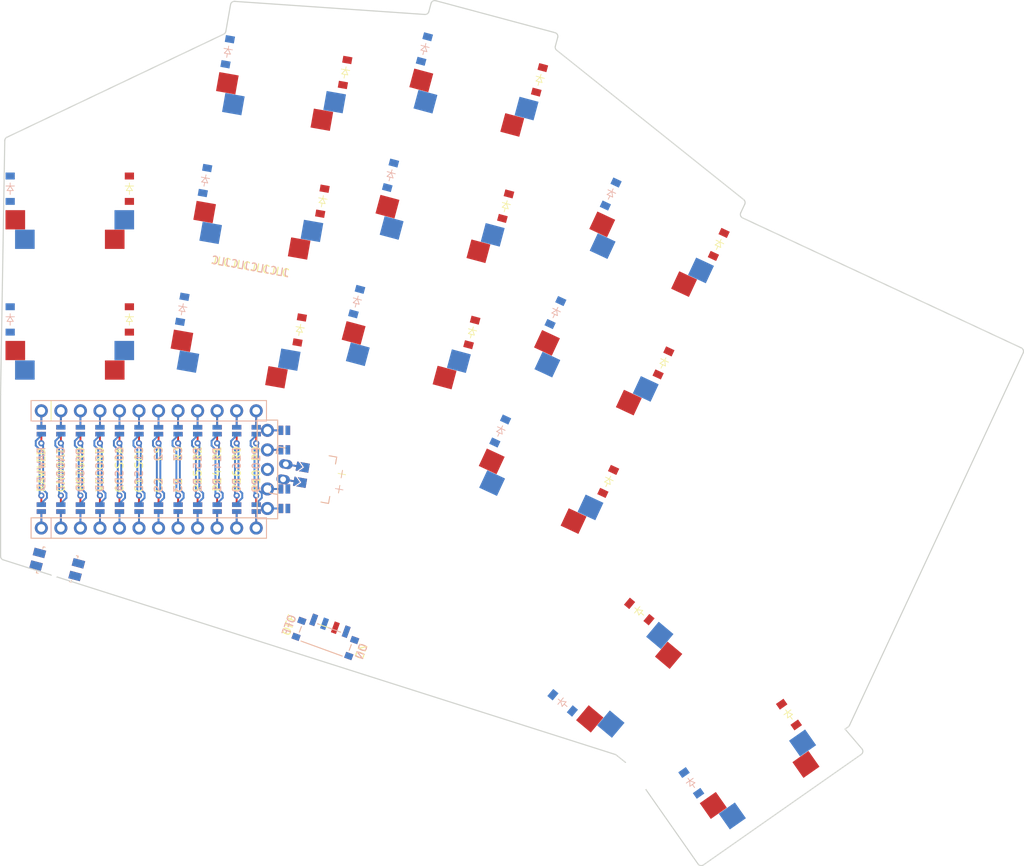
<source format=kicad_pcb>
(kicad_pcb (version 20240108) (generator "pcbnew") (generator_version "8.0")
  (title_block (title "mearchlar_wireless") (date "2025-05-19") (rev "0.2") (company "finn-e"))
  (layers (0 "F.Cu" signal) (31 "B.Cu" signal) (34 "B.Paste" user) (35 "F.Paste" user) (36 "B.SilkS" user "B.Silkscreen") (37 "F.SilkS" user "F.Silkscreen") (38 "B.Mask" user) (39 "F.Mask" user) (44 "Edge.Cuts" user))
  (net 0 "")
  (net 1 "C0")
  (net 2 "pinky_home_B")
  (net 3 "GND")
  (net 4 "pinky_top_B")
  (net 5 "C1")
  (net 6 "ring_bottom_B")
  (net 7 "ring_home_B")
  (net 8 "ring_top_B")
  (net 9 "C2")
  (net 10 "middle_bottom_B")
  (net 11 "middle_home_B")
  (net 12 "middle_top_B")
  (net 13 "C3")
  (net 14 "index_bottom_B")
  (net 15 "index_home_B")
  (net 16 "index_top_B")
  (net 17 "near_home_B")
  (net 18 "far_home_B")
  (net 19 "R1")
  (net 20 "R2")
  (net 21 "R0")
  (net 22 "R3")
  (net 23 "pinky_home_F")
  (net 24 "pinky_top_F")
  (net 25 "ring_bottom_F")
  (net 26 "ring_home_F")
  (net 27 "ring_top_F")
  (net 28 "middle_bottom_F")
  (net 29 "middle_home_F")
  (net 30 "middle_top_F")
  (net 31 "index_bottom_F")
  (net 32 "index_home_F")
  (net 33 "index_top_F")
  (net 34 "near_home_F")
  (net 35 "far_home_F")
  (net 36 "RAW")
  (net 37 "RST")
  (net 38 "VCC")
  (net 39 "P15")
  (net 40 "P14")
  (net 41 "P16")
  (net 42 "P10")
  (net 43 "LED")
  (net 44 "DAT")
  (net 45 "SDA")
  (net 46 "SCL")
  (net 47 "CS")
  (net 48 "P9")
  (net 49 "MCU1_24")
  (net 50 "MCU1_1")
  (net 51 "MCU1_23")
  (net 52 "MCU1_2")
  (net 53 "MCU1_22")
  (net 54 "MCU1_3")
  (net 55 "MCU1_21")
  (net 56 "MCU1_4")
  (net 57 "MCU1_20")
  (net 58 "MCU1_5")
  (net 59 "MCU1_19")
  (net 60 "MCU1_6")
  (net 61 "MCU1_18")
  (net 62 "MCU1_7")
  (net 63 "MCU1_17")
  (net 64 "MCU1_8")
  (net 65 "MCU1_16")
  (net 66 "MCU1_9")
  (net 67 "MCU1_15")
  (net 68 "MCU1_10")
  (net 69 "MCU1_14")
  (net 70 "MCU1_11")
  (net 71 "MCU1_13")
  (net 72 "MCU1_12")
  (net 73 "DISP1_1")
  (net 74 "DISP1_2")
  (net 75 "DISP1_4")
  (net 76 "DISP1_5")
  (net 77 "BAT_P")
  (net 78 "JST1_1")
  (net 79 "JST1_2")
  (footprint "ceoloide:switch_mx" (layer "F.Cu") (at 169.538711 85.237168 155)
    (property "Reference" "S23" (hide yes))
    (property "Value" "")
  )
  (footprint "ceoloide:mounting_hole_npth" (layer "F.Cu") (at 114.61274 73.066301 -10)
    (property "Reference" "MH4" (hide yes))
    (property "Value" "")
  )
  (footprint "ceoloide:battery_connector_jst_ph_2" (layer "F.Cu") (at 127.911251 101.304565 80)
    (property "Reference" "JST1" (hide yes))
    (property "Value" "")
  )
  (footprint "ceoloide:diode_tht_sod123" (layer "F.Cu") (at 193.509047 132.874343 -55)
    (property "Reference" "D26" (hide yes))
    (property "Value" "")
  )
  (footprint "ceoloide:diode_tht_sod123" (layer "F.Cu") (at 161.077777 50.350308 -105)
    (property "Reference" "D21" (hide yes))
    (property "Value" "")
  )
  (footprint "ceoloide:reset_switch_smd_side" (layer "F.Cu") (at 98.369422 113.357796 165)
    (property "Reference" "RST1" (hide yes))
    (property "Value" "")
  )
  (footprint "ceoloide:diode_tht_sod123" (layer "F.Cu") (at 107.75 81.5 -90)
    (property "Reference" "D14" (hide yes))
    (property "Value" "")
  )
  (footprint "ceoloide:diode_tht_sod123" (layer "F.Cu") (at 129.892732 82.868562 -100)
    (property "Reference" "D16" (hide yes))
    (property "Value" "")
  )
  (footprint "ceoloide:mounting_hole_npth" (layer "F.Cu") (at 181.13459 121.28522 -25)
    (property "Reference" "MH2" (hide yes))
    (property "Value" "")
  )
  (footprint "ceoloide:diode_tht_sod123" (layer "F.Cu") (at 107.75 64.5 -90)
    (property "Reference" "D15" (hide yes))
    (property "Value" "")
  )
  (footprint "ceoloide:switch_mx" (layer "F.Cu") (at 188.020983 138.548289 -145)
    (property "Reference" "S26" (hide yes))
    (property "Value" "")
  )
  (footprint "ceoloide:diode_tht_sod123" (layer "F.Cu") (at 177.196524 87.152998 -115)
    (property "Reference" "D23" (hide yes))
    (property "Value" "")
  )
  (footprint "ceoloide:switch_mx" (layer "F.Cu") (at 127.904038 49.516536 170)
    (property "Reference" "S18" (hide yes))
    (property "Value" "")
  )
  (footprint "ceoloide:switch_mx" (layer "F.Cu") (at 122 83 170)
    (property "Reference" "S16" (hide yes))
    (property "Value" "")
  )
  (footprint "ceoloide:switch_mx" (layer "F.Cu") (at 144.403775 82.634827 165)
    (property "Reference" "S19" (hide yes))
    (property "Value" "")
  )
  (footprint "ceoloide:diode_tht_sod123" (layer "F.Cu") (at 156.677853 66.771047 -105)
    (property "Reference" "D20" (hide yes))
    (property "Value" "")
  )
  (footprint "ceoloide:mounting_hole_npth" (layer "F.Cu") (at 117.564759 56.324569 -10)
    (property "Reference" "MH3" (hide yes))
    (property "Value" "")
  )
  (footprint "ceoloide:diode_tht_sod123" (layer "F.Cu") (at 174.047913 119.476659 -40)
    (property "Reference" "D25" (hide yes))
    (property "Value" "")
  )
  (footprint "ceoloide:diode_tht_sod123" (layer "F.Cu") (at 152.277929 83.191786 -105)
    (property "Reference" "D19" (hide yes))
    (property "Value" "")
  )
  (footprint "ceoloide:mounting_hole_npth" (layer "F.Cu") (at 165.426557 72.684179 -25)
    (property "Reference" "MH5" (hide yes))
    (property "Value" "")
  )
  (footprint "ceoloide:power_switch_smd_side" (layer "F.Cu") (at 133.232098 122.957477 -110)
    (property "Reference" "PWR1" (hide yes))
    (property "Value" "")
  )
  (footprint "ceoloide:mounting_hole_npth" (layer "F.Cu") (at 173.428752 140.971233 35)
    (property "Reference" "MH6" (hide yes))
    (property "Value" "")
  )
  (footprint "ceoloide:switch_mx" (layer "F.Cu") (at 176.723222 69.829935 155)
    (property "Reference" "S24" (hide yes))
    (property "Value" "")
  )
  (footprint "ceoloide:switch_mx" (layer "F.Cu") (at 162.354201 100.6444 155)
    (property "Reference" "S22" (hide yes))
    (property "Value" "")
  )
  (footprint "ceoloide:diode_tht_sod123" (layer "F.Cu") (at 170.012013 102.56023 -115)
    (property "Reference" "D22" (hide yes))
    (property "Value" "")
  )
  (footprint "ceoloide:diode_tht_sod123" (layer "F.Cu") (at 184.381034 71.745765 -115)
    (property "Reference" "D24" (hide yes))
    (property "Value" "")
  )
  (footprint "ceoloide:diode_tht_sod123" (layer "F.Cu") (at 135.79677 49.385098 -100)
    (property "Reference" "D18" (hide yes))
    (property "Value" "")
  )
  (footprint "ceoloide:diode_tht_sod123" (layer "F.Cu") (at 132.844751 66.12683 -100)
    (property "Reference" "D17" (hide yes))
    (property "Value" "")
  )
  (footprint "ceoloide:switch_mx" (layer "F.Cu") (at 100 83 180)
    (property "Reference" "S14" (hide yes))
    (property "Value" "")
  )
  (footprint "ceoloide:display_nice_view" (layer "F.Cu") (at 109 101 90)
    (property "Reference" "DISP1" (hide yes))
    (property "Value" "")
  )
  (footprint "ceoloide:switch_mx" (layer "F.Cu") (at 124.952019 66.258268 170)
    (property "Reference" "S17" (hide yes))
    (property "Value" "")
  )
  (footprint "ceoloide:mounting_hole_npth" (layer "F.Cu") (at 181.636504 129.430307 35)
    (property "Reference" "MH7" (hide yes))
    (property "Value" "")
  )
  (footprint "ceoloide:switch_mx" (layer "F.Cu") (at 148.803699 66.214088 165)
    (property "Reference" "S20" (hide yes))
    (property "Value" "")
  )
  (footprint "ceoloide:mcu_supermini_nrf52840" (layer "F.Cu") (at 109 101 90)
    (property "Reference" "MCU1" (hide yes))
    (property "Value" "")
  )
  (footprint "ceoloide:switch_mx" (layer "F.Cu") (at 153.203623 49.793349 165)
    (property "Reference" "S21" (hide yes))
    (property "Value" "")
  )
  (footprint "ceoloide:switch_mx" (layer "F.Cu") (at 100 66 180)
    (property "Reference" "S15" (hide yes))
    (property "Value" "")
  )
  (footprint "ceoloide:switch_mx" (layer "F.Cu") (at 170.215376 126.377685 -130)
    (property "Reference" "S25" (hide yes))
    (property "Value" "")
  )
  (footprint "ceoloide:mounting_hole_npth" (layer "F.Cu") (at 172.235175 108.066691 -25)
    (property "Reference" "MH1" (hide yes))
    (property "Value" "")
  )
  (footprint "ceoloide:diode_tht_sod123" (layer "B.Cu") (at 137.306079 79.180091 -105)
    (property "Reference" "D6" (hide yes))
    (property "Value" "")
  )
  (footprint "ceoloide:diode_tht_sod123" (layer "B.Cu") (at 120.53225 46.693551 -100)
    (property "Reference" "D5" (hide yes))
    (property "Value" "")
  )
  (footprint "ceoloide:switch_mx" (layer "B.Cu") (at 169.538711 85.237168 155)
    (property "Reference" "S10" (hide yes))
    (property "Value" "")
  )
  (footprint "ceoloide:switch_mx" (layer "B.Cu") (at 124.952019 66.258268 170)
    (property "Reference" "S4" (hide yes))
    (property "Value" "")
  )
  (footprint "ceoloide:switch_mx" (layer "B.Cu") (at 122 83 170)
    (property "Reference" "S3" (hide yes))
    (property "Value" "")
  )
  (footprint "ceoloide:diode_tht_sod123" (layer "B.Cu") (at 170.333264 65.195182 -115)
    (property "Reference" "D11" (hide yes))
    (property "Value" "")
  )
  (footprint "ceoloide:diode_tht_sod123" (layer "B.Cu") (at 180.81219 141.764778 -55)
    (property "Reference" "D13" (hide yes))
    (property "Value" "")
  )
  (footprint "ceoloide:switch_mx" (layer "B.Cu") (at 144.403775 82.634827 165)
    (property "Reference" "S6" (hide yes))
    (property "Value" "")
  )
  (footprint "ceoloide:switch_mx" (layer "B.Cu") (at 100 66 180)
    (property "Reference" "S2" (hide yes))
    (property "Value" "")
  )
  (footprint "ceoloide:diode_tht_sod123" (layer "B.Cu") (at 164.084705 131.350348 -40)
    (property "Reference" "D12" (hide yes))
    (property "Value" "")
  )
  (footprint "ceoloide:diode_tht_sod123" (layer "B.Cu") (at 155.964243 96.009647 -115)
    (property "Reference" "D9" (hide yes))
    (property "Value" "")
  )
  (footprint "ceoloide:diode_tht_sod123" (layer "B.Cu") (at 114.628212 80.177015 -100)
    (property "Reference" "D3" (hide yes))
    (property "Value" "")
  )
  (footprint "ceoloide:diode_tht_sod123" (layer "B.Cu") (at 117.580231 63.435283 -100)
    (property "Reference" "D4" (hide yes))
    (property "Value" "")
  )
  (footprint "ceoloide:switch_mx" (layer "B.Cu") (at 127.904038 49.516536 170)
    (property "Reference" "S5" (hide yes))
    (property "Value" "")
  )
  (footprint "ceoloide:diode_tht_sod123" (layer "B.Cu") (at 163.148753 80.602415 -115)
    (property "Reference" "D10" (hide yes))
    (property "Value" "")
  )
  (footprint "ceoloide:diode_tht_sod123" (layer "B.Cu") (at 92.25 64.5 -90)
    (property "Reference" "D2" (hide yes))
    (property "Value" "")
  )
  (footprint "ceoloide:switch_mx" (layer "B.Cu") (at 170.215376 126.377685 -130)
    (property "Reference" "S12" (hide yes))
    (property "Value" "")
  )
  (footprint "ceoloide:diode_tht_sod123" (layer "B.Cu") (at 141.706003 62.759352 -105)
    (property "Reference" "D7" (hide yes))
    (property "Value" "")
  )
  (footprint "ceoloide:diode_tht_sod123" (layer "B.Cu") (at 92.25 81.5 -90)
    (property "Reference" "D1" (hide yes))
    (property "Value" "")
  )
  (footprint "ceoloide:diode_tht_sod123" (layer "B.Cu") (at 146.105926 46.338613 -105)
    (property "Reference" "D8" (hide yes))
    (property "Value" "")
  )
  (footprint "ceoloide:switch_mx" (layer "B.Cu") (at 176.723222 69.829935 155)
    (property "Reference" "S11" (hide yes))
    (property "Value" "")
  )
  (footprint "ceoloide:switch_mx" (layer "B.Cu") (at 148.803699 66.214088 165)
    (property "Reference" "S7" (hide yes))
    (property "Value" "")
  )
  (footprint "ceoloide:switch_mx" (layer "B.Cu") (at 162.354201 100.6444 155)
    (property "Reference" "S9" (hide yes))
    (property "Value" "")
  )
  (footprint "ceoloide:switch_mx" (layer "B.Cu") (at 100 83 180)
    (property "Reference" "S1" (hide yes))
    (property "Value" "")
  )
  (footprint "ceoloide:switch_mx" (layer "B.Cu") (at 153.203623 49.793349 165)
    (property "Reference" "S8" (hide yes))
    (property "Value" "")
  )
  (footprint "ceoloide:switch_mx" (layer "B.Cu") (at 188.020983 138.548289 -145)
    (property "Reference" "S13" (hide yes))
    (property "Value" "")
  )
  (gr_line (start 163.442909 44.823115) (end 163.135189 45.971542) (stroke (width 0.15)) (layer "Edge.Cuts"))
  (gr_arc (start 187.620104 65.91581) (mid 187.79485 66.192373) (end 187.761176 66.517765) (stroke (width 0.15)) (layer "Edge.Cuts"))
  (gr_line (start 91 112.284329) (end 91 91.274123) (stroke (width 0.15)) (layer "Edge.Cuts"))
  (gr_line (start 91.000068 91.265873) (end 91.544883 58.250115) (stroke (width 0.15)) (layer "Edge.Cuts"))
  (gr_line (start 201.212009 134.47843) (end 200.805688 134.762939) (stroke (width 0.15)) (layer "Edge.Cuts"))
  (gr_line (start 163.306069 46.491598) (end 187.620105 65.91581) (stroke (width 0.15)) (layer "Edge.Cuts"))
  (gr_arc (start 120.288969 44.042126) (mid 120.194379 44.258182) (end 120.011276 44.406854) (stroke (width 0.15)) (layer "Edge.Cuts"))
  (gr_arc (start 91.348475 112.760816) (mid 91.096404 112.57949) (end 91 112.284329) (stroke (width 0.15)) (layer "Edge.Cuts"))
  (gr_arc (start 146.6842 41.475874) (mid 146.49182 41.753399) (end 146.1669 41.845285) (stroke (width 0.15)) (layer "Edge.Cuts"))
  (gr_line (start 146.6842 41.475874) (end 146.97001 40.409215) (stroke (width 0.15)) (layer "Edge.Cuts"))
  (gr_arc (start 182.38488 152.428173) (mid 182.011272 152.510996) (end 181.688516 152.305386) (stroke (width 0.15)) (layer "Edge.Cuts"))
  (gr_line (start 187.240642 67.634052) (end 187.761176 66.517765) (stroke (width 0.15)) (layer "Edge.Cuts"))
  (gr_arc (start 172.625965 139.397557) (mid 172.677941 139.44571) (end 172.722594 139.500723) (stroke (width 0.15)) (layer "Edge.Cuts"))
  (gr_line (start 91.830104 57.806812) (end 120.011276 44.406854) (stroke (width 0.15)) (layer "Edge.Cuts"))
  (gr_arc (start 91.544883 58.250115) (mid 91.624344 57.98784) (end 91.830104 57.806812) (stroke (width 0.15)) (layer "Edge.Cuts"))
  (gr_line (start 170.906304 138.060501) (end 91.348475 112.760816) (stroke (width 0.15)) (layer "Edge.Cuts"))
  (gr_line (start 181.688516 152.305386) (end 172.722594 139.500723) (stroke (width 0.15)) (layer "Edge.Cuts"))
  (gr_arc (start 223.715766 85.194371) (mid 223.97431 85.47651) (end 223.957611 85.858834) (stroke (width 0.15)) (layer "Edge.Cuts"))
  (gr_arc (start 163.089356 44.210742) (mid 163.392929 44.443713) (end 163.442909 44.823115) (stroke (width 0.15)) (layer "Edge.Cuts"))
  (gr_arc (start 91 91.274123) (mid 91.000017 91.269998) (end 91.000068 91.265873) (stroke (width 0.15)) (layer "Edge.Cuts"))
  (gr_line (start 187.482487 68.298515) (end 223.715766 85.194371) (stroke (width 0.15)) (layer "Edge.Cuts"))
  (gr_arc (start 202.997243 137.326011) (mid 203.113202 137.713889) (end 202.90401 138.060524) (stroke (width 0.15)) (layer "Edge.Cuts"))
  (gr_line (start 172.625965 139.397557) (end 171.067726 138.147034) (stroke (width 0.15)) (layer "Edge.Cuts"))
  (gr_arc (start 120.903925 40.554538) (mid 121.088296 40.247558) (end 121.430666 40.142542) (stroke (width 0.15)) (layer "Edge.Cuts"))
  (gr_line (start 121.430666 40.142542) (end 146.1669 41.845285) (stroke (width 0.15)) (layer "Edge.Cuts"))
  (gr_arc (start 201.378374 134.280163) (mid 201.308251 134.390257) (end 201.212008 134.47843) (stroke (width 0.15)) (layer "Edge.Cuts"))
  (gr_arc (start 163.306069 46.491598) (mid 163.143177 46.25703) (end 163.135189 45.971542) (stroke (width 0.15)) (layer "Edge.Cuts"))
  (gr_arc (start 146.97001 40.409215) (mid 147.202968 40.105583) (end 147.582383 40.055661) (stroke (width 0.15)) (layer "Edge.Cuts"))
  (gr_arc (start 187.482487 68.298515) (mid 187.223976 68.016373) (end 187.240642 67.634052) (stroke (width 0.15)) (layer "Edge.Cuts"))
  (gr_arc (start 170.906304 138.060501) (mid 170.991013 138.09631) (end 171.067726 138.147034) (stroke (width 0.15)) (layer "Edge.Cuts"))
  (gr_line (start 120.288969 44.042126) (end 120.903925 40.554537) (stroke (width 0.15)) (layer "Edge.Cuts"))
  (gr_line (start 200.805688 134.762939) (end 202.997243 137.326011) (stroke (width 0.15)) (layer "Edge.Cuts"))
  (gr_line (start 147.582383 40.055661) (end 163.089356 44.210742) (stroke (width 0.15)) (layer "Edge.Cuts"))
  (gr_line (start 202.90401 138.060524) (end 182.38488 152.428173) (stroke (width 0.15)) (layer "Edge.Cuts"))
  (gr_line (start 223.957611 85.858834) (end 201.378374 134.280163) (stroke (width 0.15)) (layer "Edge.Cuts"))
  (gr_text "JLCJLCJLCJLC" (at 123.47601 74.629134 -10) (layer "B.SilkS") (effects (font (size 1 1)) (justify mirror)))
  (gr_text "JLCJLCJLCJLC" (at 123.47601 74.629134 -10) (layer "F.SilkS") (effects (font (size 1 1))))
  (segment (start 124.24 96.42) (end 124.24 97.6) (width 0.25) (layer "F.Cu") (net 0))
  (segment (start 124.965 104.099695) (end 124.47 103.604695) (width 0.25) (layer "B.Cu") (net 0))
  (segment (start 124.24 105.425305) (end 124.965 104.700305) (width 0.25) (layer "B.Cu") (net 0))
  (segment (start 124.47 103.604695) (end 124.47 97.83) (width 0.25) (layer "B.Cu") (net 0))
  (segment (start 124.965 104.700305) (end 124.965 104.099695) (width 0.25) (layer "B.Cu") (net 0))
  (segment (start 124.24 105.775) (end 124.24 105.425305) (width 0.25) (layer "B.Cu") (net 0))
  (segment (start 106.46 105.58) (end 106.46 104.4) (width 0.25) (layer "F.Cu") (net 1))
  (segment (start 105.735 97.900305) (end 106.24 98.405305) (width 0.25) (layer "B.Cu") (net 1))
  (segment (start 105.735 97.299695) (end 105.735 97.900305) (width 0.25) (layer "B.Cu") (net 1))
  (segment (start 106.46 96.574695) (end 105.735 97.299695) (width 0.25) (layer "B.Cu") (net 1))
  (segment (start 106.46 96.225) (end 106.46 96.574695) (width 0.25) (layer "B.Cu") (net 1))
  (segment (start 106.24 98.405305) (end 106.24 104.18) (width 0.25) (layer "B.Cu") (net 1))
  (segment (start 101.38 96.42) (end 101.38 97.6) (width 0.25) (layer "F.Cu") (net 3))
  (segment (start 103.92 96.42) (end 103.92 97.6) (width 0.25) (layer "F.Cu") (net 3))
  (segment (start 125.7 103.54) (end 127.45 103.54) (width 0.25) (layer "F.Cu") (net 3))
  (segment (start 98.84 105.58) (end 98.84 104.4) (width 0.25) (layer "F.Cu") (net 3))
  (segment (start 125.7 103.54) (end 127.45 103.54) (width 0.25) (layer "B.Cu") (net 3))
  (segment (start 98.115 97.299695) (end 98.115 97.900305) (width 0.25) (layer "B.Cu") (net 3))
  (segment (start 98.62 98.405305) (end 98.62 104.18) (width 0.25) (layer "B.Cu") (net 3))
  (segment (start 101.38 105.775) (end 101.38 105.425305) (width 0.25) (layer "B.Cu") (net 3))
  (segment (start 104.15 103.604695) (end 104.15 97.83) (width 0.25) (layer "B.Cu") (net 3))
  (segment (start 102.105 104.700305) (end 102.105 104.099695) (width 0.25) (layer "B.Cu") (net 3))
  (segment (start 98.84 96.225) (end 98.84 96.574695) (width 0.25) (layer "B.Cu") (net 3))
  (segment (start 98.115 97.900305) (end 98.62 98.405305) (width 0.25) (layer "B.Cu") (net 3))
  (segment (start 103.92 105.425305) (end 104.645 104.700305) (width 0.25) (layer "B.Cu") (net 3))
  (segment (start 104.645 104.099695) (end 104.15 103.604695) (width 0.25) (layer "B.Cu") (net 3))
  (segment (start 102.105 104.099695) (end 101.61 103.604695) (width 0.25) (layer "B.Cu") (net 3))
  (segment (start 104.645 104.700305) (end 104.645 104.099695) (width 0.25) (layer "B.Cu") (net 3))
  (segment (start 101.61 103.604695) (end 101.61 97.83) (width 0.25) (layer "B.Cu") (net 3))
  (segment (start 98.84 96.574695) (end 98.115 97.299695) (width 0.25) (layer "B.Cu") (net 3))
  (segment (start 101.38 105.425305) (end 102.105 104.700305) (width 0.25) (layer "B.Cu") (net 3))
  (segment (start 103.92 105.775) (end 103.92 105.425305) (width 0.25) (layer "B.Cu") (net 3))
  (segment (start 109 105.58) (end 109 104.4) (width 0.25) (layer "F.Cu") (net 5))
  (segment (start 108.275 97.900305) (end 108.78 98.405305) (width 0.25) (layer "B.Cu") (net 5))
  (segment (start 109 96.225) (end 109 96.574695) (width 0.25) (layer "B.Cu") (net 5))
  (segment (start 109 96.574695) (end 108.275 97.299695) (width 0.25) (layer "B.Cu") (net 5))
  (segment (start 108.78 98.405305) (end 108.78 104.18) (width 0.25) (layer "B.Cu") (net 5))
  (segment (start 108.275 97.299695) (end 108.275 97.900305) (width 0.25) (layer "B.Cu") (net 5))
  (segment (start 111.54 105.58) (end 111.54 104.4) (width 0.25) (layer "F.Cu") (net 9))
  (segment (start 111.32 98.405305) (end 111.32 104.18) (width 0.25) (layer "B.Cu") (net 9))
  (segment (start 111.54 96.574695) (end 110.815 97.299695) (width 0.25) (layer "B.Cu") (net 9))
  (segment (start 110.815 97.900305) (end 111.32 98.405305) (width 0.25) (layer "B.Cu") (net 9))
  (segment (start 110.815 97.299695) (end 110.815 97.900305) (width 0.25) (layer "B.Cu") (net 9))
  (segment (start 111.54 96.225) (end 111.54 96.574695) (width 0.25) (layer "B.Cu") (net 9))
  (segment (start 114.08 105.58) (end 114.08 104.4) (width 0.25) (layer "F.Cu") (net 13))
  (segment (start 113.355 97.900305) (end 113.86 98.405305) (width 0.25) (layer "B.Cu") (net 13))
  (segment (start 114.08 96.225) (end 114.08 96.574695) (width 0.25) (layer "B.Cu") (net 13))
  (segment (start 113.355 97.299695) (end 113.355 97.900305) (width 0.25) (layer "B.Cu") (net 13))
  (segment (start 113.86 98.405305) (end 113.86 104.18) (width 0.25) (layer "B.Cu") (net 13))
  (segment (start 114.08 96.574695) (end 113.355 97.299695) (width 0.25) (layer "B.Cu") (net 13))
  (segment (start 119.16 96.42) (end 119.16 97.6) (width 0.25) (layer "F.Cu") (net 19))
  (segment (start 119.885 104.700305) (end 119.885 104.099695) (width 0.25) (layer "B.Cu") (net 19))
  (segment (start 119.16 105.775) (end 119.16 105.425305) (width 0.25) (layer "B.Cu") (net 19))
  (segment (start 119.885 104.099695) (end 119.39 103.604695) (width 0.25) (layer "B.Cu") (net 19))
  (segment (start 119.16 105.425305) (end 119.885 104.700305) (width 0.25) (layer "B.Cu") (net 19))
  (segment (start 119.39 103.604695) (end 119.39 97.83) (width 0.25) (layer "B.Cu") (net 19))
  (segment (start 116.62 96.42) (end 116.62 97.6) (width 0.25) (layer "F.Cu") (net 20))
  (segment (start 117.345 104.099695) (end 116.85 103.604695) (width 0.25) (layer "B.Cu") (net 20))
  (segment (start 116.62 105.425305) (end 117.345 104.700305) (width 0.25) (layer "B.Cu") (net 20))
  (segment (start 116.85 103.604695) (end 116.85 97.83) (width 0.25) (layer "B.Cu") (net 20))
  (segment (start 116.62 105.775) (end 116.62 105.425305) (width 0.25) (layer "B.Cu") (net 20))
  (segment (start 117.345 104.700305) (end 117.345 104.099695) (width 0.25) (layer "B.Cu") (net 20))
  (segment (start 121.7 96.42) (end 121.7 97.6) (width 0.25) (layer "F.Cu") (net 21))
  (segment (start 121.7 105.425305) (end 122.425 104.700305) (width 0.25) (layer "B.Cu") (net 21))
  (segment (start 121.7 105.775) (end 121.7 105.425305) (width 0.25) (layer "B.Cu") (net 21))
  (segment (start 122.425 104.099695) (end 121.93 103.604695) (width 0.25) (layer "B.Cu") (net 21))
  (segment (start 121.93 103.604695) (end 121.93 97.83) (width 0.25) (layer "B.Cu") (net 21))
  (segment (start 122.425 104.700305) (end 122.425 104.099695) (width 0.25) (layer "B.Cu") (net 21))
  (segment (start 114.08 96.42) (end 114.08 97.6) (width 0.25) (layer "F.Cu") (net 22))
  (segment (start 114.08 105.775) (end 114.08 105.425305) (width 0.25) (layer "B.Cu") (net 22))
  (segment (start 114.805 104.700305) (end 114.805 104.099695) (width 0.25) (layer "B.Cu") (net 22))
  (segment (start 114.31 103.604695) (end 114.31 97.83) (width 0.25) (layer "B.Cu") (net 22))
  (segment (start 114.805 104.099695) (end 114.31 103.604695) (width 0.25) (layer "B.Cu") (net 22))
  (segment (start 114.08 105.425305) (end 114.805 104.700305) (width 0.25) (layer "B.Cu") (net 22))
  (segment (start 96.3 105.58) (end 96.3 104.4) (width 0.25) (layer "F.Cu") (net 36))
  (segment (start 95.575 97.900305) (end 96.08 98.405305) (width 0.25) (layer "B.Cu") (net 36))
  (segment (start 96.3 96.225) (end 96.3 96.574695) (width 0.25) (layer "B.Cu") (net 36))
  (segment (start 96.08 98.405305) (end 96.08 104.18) (width 0.25) (layer "B.Cu") (net 36))
  (segment (start 96.3 96.574695) (end 95.575 97.299695) (width 0.25) (layer "B.Cu") (net 36))
  (segment (start 95.575 97.299695) (end 95.575 97.900305) (width 0.25) (layer "B.Cu") (net 36))
  (segment (start 101.38 105.58) (end 101.38 104.4) (width 0.25) (layer "F.Cu") (net 37))
  (segment (start 100.655 97.900305) (end 101.16 98.405305) (width 0.25) (layer "B.Cu") (net 37))
  (segment (start 101.16 98.405305) (end 101.16 104.18) (width 0.25) (layer "B.Cu") (net 37))
  (segment (start 101.38 96.574695) (end 100.655 97.299695) (width 0.25) (layer "B.Cu") (net 37))
  (segment (start 100.655 97.299695) (end 100.655 97.900305) (width 0.25) (layer "B.Cu") (net 37))
  (segment (start 101.38 96.225) (end 101.38 96.574695) (width 0.25) (layer "B.Cu") (net 37))
  (segment (start 103.92 105.58) (end 103.92 104.4) (width 0.25) (layer "F.Cu") (net 38))
  (segment (start 103.195 97.299695) (end 103.195 97.900305) (width 0.25) (layer "B.Cu") (net 38))
  (segment (start 103.7 98.405305) (end 103.7 104.18) (width 0.25) (layer "B.Cu") (net 38))
  (segment (start 103.92 96.574695) (end 103.195 97.299695) (width 0.25) (layer "B.Cu") (net 38))
  (segment (start 103.92 96.225) (end 103.92 96.574695) (width 0.25) (layer "B.Cu") (net 38))
  (segment (start 103.195 97.900305) (end 103.7 98.405305) (width 0.25) (layer "B.Cu") (net 38))
  (segment (start 116.62 105.58) (end 116.62 104.4) (width 0.25) (layer "F.Cu") (net 39))
  (segment (start 116.62 96.574695) (end 115.895 97.299695) (width 0.25) (layer "B.Cu") (net 39))
  (segment (start 115.895 97.299695) (end 115.895 97.900305) (width 0.25) (layer "B.Cu") (net 39))
  (segment (start 116.62 96.225) (end 116.62 96.574695) (width 0.25) (layer "B.Cu") (net 39))
  (segment (start 116.4 98.405305) (end 116.4 104.18) (width 0.25) (layer "B.Cu") (net 39))
  (segment (start 115.895 97.900305) (end 116.4 98.405305) (width 0.25) (layer "B.Cu") (net 39))
  (segment (start 119.16 105.58) (end 119.16 104.4) (width 0.25) (layer "F.Cu") (net 40))
  (segment (start 118.435 97.299695) (end 118.435 97.900305) (width 0.25) (layer "B.Cu") (net 40))
  (segment (start 118.435 97.900305) (end 118.94 98.405305) (width 0.25) (layer "B.Cu") (net 40))
  (segment (start 119.16 96.225) (end 119.16 96.574695) (width 0.25) (layer "B.Cu") (net 40))
  (segment (start 118.94 98.405305) (end 118.94 104.18) (width 0.25) (layer "B.Cu") (net 40))
  (segment (start 119.16 96.574695) (end 118.435 97.299695) (width 0.25) (layer "B.Cu") (net 40))
  (segment (start 121.7 105.58) (end 121.7 104.4) (width 0.25) (layer "F.Cu") (net 41))
  (segment (start 120.975 97.299695) (end 120.975 97.900305) (width 0.25) (layer "B.Cu") (net 41))
  (segment (start 121.48 98.405305) (end 121.48 104.18) (width 0.25) (layer "B.Cu") (net 41))
  (segment (start 121.7 96.574695) (end 120.975 97.299695) (width 0.25) (layer "B.Cu") (net 41))
  (segment (start 120.975 97.900305) (end 121.48 98.405305) (width 0.25) (layer "B.Cu") (net 41))
  (segment (start 121.7 96.225) (end 121.7 96.574695) (width 0.25) (layer "B.Cu") (net 41))
  (segment (start 124.24 105.58) (end 124.24 104.4) (width 0.25) (layer "F.Cu") (net 42))
  (segment (start 124.24 96.574695) (end 123.515 97.299695) (width 0.25) (layer "B.Cu") (net 42))
  (segment (start 124.24 96.225) (end 124.24 96.574695) (width 0.25) (layer "B.Cu") (net 42))
  (segment (start 123.515 97.900305) (end 124.02 98.405305) (width 0.25) (layer "B.Cu") (net 42))
  (segment (start 124.02 98.405305) (end 124.02 104.18) (width 0.25) (layer "B.Cu") (net 42))
  (segment (start 123.515 97.299695) (end 123.515 97.900305) (width 0.25) (layer "B.Cu") (net 42))
  (segment (start 96.3 96.42) (end 96.3 97.6) (width 0.25) (layer "F.Cu") (net 43))
  (segment (start 96.3 105.425305) (end 97.025 104.700305) (width 0.25) (layer "B.Cu") (net 43))
  (segment (start 96.3 105.775) (end 96.3 105.425305) (width 0.25) (layer "B.Cu") (net 43))
  (segment (start 97.025 104.099695) (end 96.53 103.604695) (width 0.25) (layer "B.Cu") (net 43))
  (segment (start 97.025 104.700305) (end 97.025 104.099695) (width 0.25) (layer "B.Cu") (net 43))
  (segment (start 96.53 103.604695) (end 96.53 97.83) (width 0.25) (layer "B.Cu") (net 43))
  (segment (start 98.84 96.42) (end 98.84 97.6) (width 0.25) (layer "F.Cu") (net 44))
  (segment (start 99.07 103.604695) (end 99.07 97.83) (width 0.25) (layer "B.Cu") (net 44))
  (segment (start 98.84 105.425305) (end 99.565 104.700305) (width 0.25) (layer "B.Cu") (net 44))
  (segment (start 99.565 104.099695) (end 99.07 103.604695) (width 0.25) (layer "B.Cu") (net 44))
  (segment (start 98.84 105.775) (end 98.84 105.425305) (width 0.25) (layer "B.Cu") (net 44))
  (segment (start 99.565 104.700305) (end 99.565 104.099695) (width 0.25) (layer "B.Cu") (net 44))
  (segment (start 106.46 96.42) (end 106.46 97.6) (width 0.25) (layer "F.Cu") (net 45))
  (segment (start 106.46 105.425305) (end 107.185 104.700305) (width 0.25) (layer "B.Cu") (net 45))
  (segment (start 107.185 104.099695) (end 106.69 103.604695) (width 0.25) (layer "B.Cu") (net 45))
  (segment (start 106.69 103.604695) (end 106.69 97.83) (width 0.25) (layer "B.Cu") (net 45))
  (segment (start 106.46 105.775) (end 106.46 105.425305) (width 0.25) (layer "B.Cu") (net 45))
  (segment (start 107.185 104.700305) (end 107.185 104.099695) (width 0.25) (layer "B.Cu") (net 45))
  (segment (start 109 96.42) (end 109 97.6) (width 0.25) (layer "F.Cu") (net 46))
  (segment (start 109.725 104.700305) (end 109.725 104.099695) (width 0.25) (layer "B.Cu") (net 46))
  (segment (start 109.725 104.099695) (end 109.23 103.604695) (width 0.25) (layer "B.Cu") (net 46))
  (segment (start 109 105.775) (end 109 105.425305) (width 0.25) (layer "B.Cu") (net 46))
  (segment (start 109.23 103.604695) (end 109.23 97.83) (width 0.25) (layer "B.Cu") (net 46))
  (segment (start 109 105.425305) (end 109.725 104.700305) (width 0.25) (layer "B.Cu") (net 46))
  (segment (start 111.54 96.42) (end 111.54 97.6) (width 0.25) (layer "F.Cu") (net 47))
  (segment (start 111.54 105.425305) (end 112.265 104.700305) (width 0.25) (layer "B.Cu") (net 47))
  (segment (start 112.265 104.099695) (end 111.77 103.604695) (width 0.25) (layer "B.Cu") (net 47))
  (segment (start 112.265 104.700305) (end 112.265 104.099695) (width 0.25) (layer "B.Cu") (net 47))
  (segment (start 111.54 105.775) (end 111.54 105.425305) (width 0.25) (layer "B.Cu") (net 47))
  (segment (start 111.77 103.604695) (end 111.77 97.83) (width 0.25) (layer "B.Cu") (net 47))
  (segment (start 96.3 108.62) (end 96.3 106.5) (width 0.25) (layer "F.Cu") (net 49))
  (segment (start 96.3 108.62) (end 96.3 106.5) (width 0.25) (layer "B.Cu") (net 49))
  (segment (start 96.3 95.5) (end 96.3 93.38) (width 0.25) (layer "F.Cu") (net 50))
  (segment (start 96.3 93.38) (end 96.3 95.5) (width 0.25) (layer "B.Cu") (net 50))
  (segment (start 98.84 108.62) (end 98.84 106.5) (width 0.25) (layer "F.Cu") (net 51))
  (segment (start 98.84 108.62) (end 98.84 106.5) (width 0.25) (layer "B.Cu") (net 51))
  (segment (start 98.84 95.5) (end 98.84 93.38) (width 0.25) (layer "F.Cu") (net 52))
  (segment (start 98.84 93.38) (end 98.84 95.5) (width 0.25) (layer "B.Cu") (net 52))
  (segment (start 101.38 108.62) (end 101.38 106.5) (width 0.25) (layer "F.Cu") (net 53))
  (segment (start 101.38 108.62) (end 101.38 106.5) (width 0.25) (layer "B.Cu") (net 53))
  (segment (start 101.38 95.5) (end 101.38 93.38) (width 0.25) (layer "F.Cu") (net 54))
  (segment (start 101.38 93.38) (end 101.38 95.5) (width 0.25) (layer "B.Cu") (net 54))
  (segment (start 103.92 108.62) (end 103.92 106.5) (width 0.25) (layer "F.Cu") (net 55))
  (segment (start 103.92 108.62) (end 103.92 106.5) (width 0.25) (layer "B.Cu") (net 55))
  (segment (start 103.92 95.5) (end 103.92 93.38) (width 0.25) (layer "F.Cu") (net 56))
  (segment (start 103.92 93.38) (end 103.92 95.5) (width 0.25) (layer "B.Cu") (net 56))
  (segment (start 106.46 108.62) (end 106.46 106.5) (width 0.25) (layer "F.Cu") (net 57))
  (segment (start 106.46 108.62) (end 106.46 106.5) (width 0.25) (layer "B.Cu") (net 57))
  (segment (start 106.46 95.5) (end 106.46 93.38) (width 0.25) (layer "F.Cu") (net 58))
  (segment (start 106.46 93.38) (end 106.46 95.5) (width 0.25) (layer "B.Cu") (net 58))
  (segment (start 109 108.62) (end 109 106.5) (width 0.25) (layer "F.Cu") (net 59))
  (segment (start 109 108.62) (end 109 106.5) (width 0.25) (layer "B.Cu") (net 59))
  (segment (start 109 95.5) (end 109 93.38) (width 0.25) (layer "F.Cu") (net 60))
  (segment (start 109 93.38) (end 109 95.5) (width 0.25) (layer "B.Cu") (net 60))
  (segment (start 111.54 108.62) (end 111.54 106.5) (width 0.25) (layer "F.Cu") (net 61))
  (segment (start 111.54 108.62) (end 111.54 106.5) (width 0.25) (layer "B.Cu") (net 61))
  (segment (start 111.54 95.5) (end 111.54 93.38) (width 0.25) (layer "F.Cu") (net 62))
  (segment (start 111.54 93.38) (end 111.54 95.5) (width 0.25) (layer "B.Cu") (net 62))
  (segment (start 114.08 108.62) (end 114.08 106.5) (width 0.25) (layer "F.Cu") (net 63))
  (segment (start 114.08 108.62) (end 114.08 106.5) (width 0.25) (layer "B.Cu") (net 63))
  (segment (start 114.08 95.5) (end 114.08 93.38) (width 0.25) (layer "F.Cu") (net 64))
  (segment (start 114.08 93.38) (end 114.08 95.5) (width 0.25) (layer "B.Cu") (net 64))
  (segment (start 116.62 108.62) (end 116.62 106.5) (width 0.25) (layer "F.Cu") (net 65))
  (segment (start 116.62 108.62) (end 116.62 106.5) (width 0.25) (layer "B.Cu") (net 65))
  (segment (start 116.62 95.5) (end 116.62 93.38) (width 0.25) (layer "F.Cu") (net 66))
  (segment (start 116.62 93.38) (end 116.62 95.5) (width 0.25) (layer "B.Cu") (net 66))
  (segment (start 119.16 108.62) (end 119.16 106.5) (width 0.25) (layer "F.Cu") (net 67))
  (segment (start 119.16 108.62) (end 119.16 106.5) (width 0.25) (layer "B.Cu") (net 67))
  (segment (start 119.16 95.5) (end 119.16 93.38) (width 0.25) (layer "F.Cu") (net 68))
  (segment (start 119.16 93.38) (end 119.16 95.5) (width 0.25) (layer "B.Cu") (net 68))
  (segment (start 121.7 108.62) (end 121.7 106.5) (width 0.25) (layer "F.Cu") (net 69))
  (segment (start 121.7 108.62) (end 121.7 106.5) (width 0.25) (layer "B.Cu") (net 69))
  (segment (start 121.7 95.5) (end 121.7 93.38) (width 0.25) (layer "F.Cu") (net 70))
  (segment (start 121.7 93.38) (end 121.7 95.5) (width 0.25) (layer "B.Cu") (net 70))
  (segment (start 124.24 108.62) (end 124.24 106.5) (width 0.25) (layer "F.Cu") (net 71))
  (segment (start 124.24 108.62) (end 124.24 106.5) (width 0.25) (layer "B.Cu") (net 71))
  (segment (start 124.24 95.5) (end 124.24 93.38) (width 0.25) (layer "F.Cu") (net 72))
  (segment (start 124.24 93.38) (end 124.24 95.5) (width 0.25) (layer "B.Cu") (net 72))
  (segment (start 125.7 106.08) (end 127.45 106.08) (width 0.25) (layer "F.Cu") (net 73))
  (segment (start 125.7 106.08) (end 127.45 106.08) (width 0.25) (layer "B.Cu") (net 73))
  (segment (start 125.7 98.46) (end 127.45 98.46) (width 0.25) (layer "F.Cu") (net 75))
  (segment (start 125.7 98.46) (end 127.45 98.46) (width 0.25) (layer "B.Cu") (net 75))
  (segment (start 125.7 95.92) (end 127.45 95.92) (width 0.25) (layer "F.Cu") (net 76))
  (segment (start 125.7 95.92) (end 127.45 95.92) (width 0.25) (layer "B.Cu") (net 76))
  (segment (start 129.510257 102.60194) (end 127.737603 102.289373) (width 0.25) (layer "F.Cu") (net 78))
  (segment (start 129.510257 102.60194) (end 127.737603 102.289373) (width 0.25) (layer "B.Cu") (net 78))
  (segment (start 129.857553 100.632324) (end 128.084899 100.319758) (width 0.25) (layer "F.Cu") (net 79))
  (segment (start 129.857553 100.632324) (end 128.084899 100.319758) (width 0.25) (layer "B.Cu") (net 79))
)
</source>
